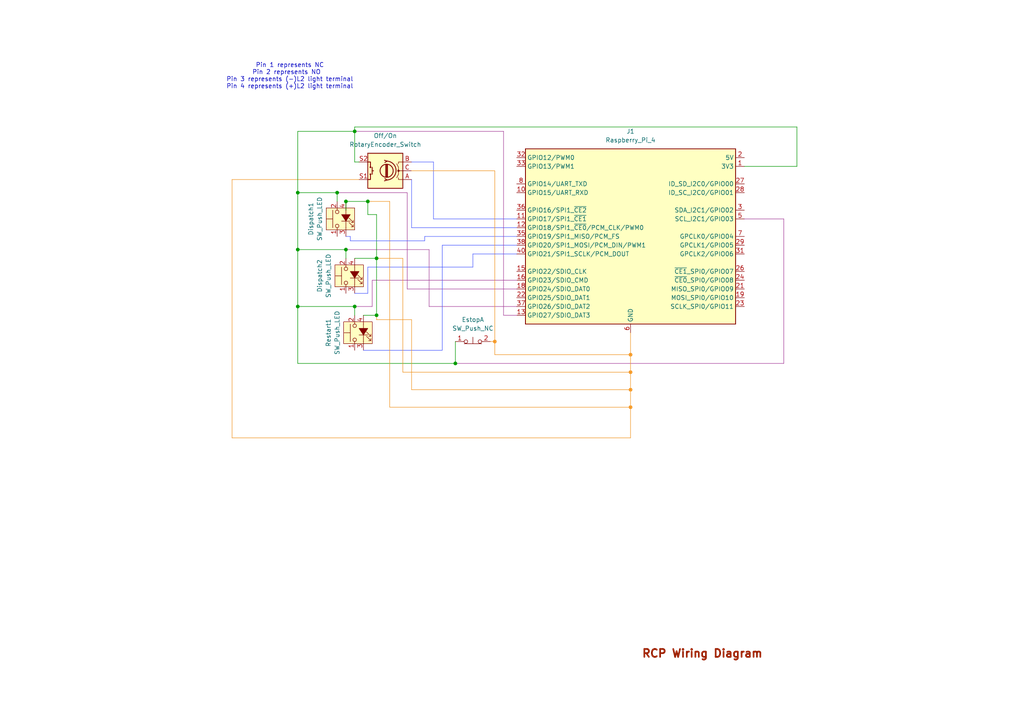
<source format=kicad_sch>
(kicad_sch
	(version 20250114)
	(generator "eeschema")
	(generator_version "9.0")
	(uuid "f19d6cca-3ece-45eb-98e2-f0bca3f726f7")
	(paper "A4")
	(lib_symbols
		(symbol "Connector:Raspberry_Pi_4"
			(exclude_from_sim no)
			(in_bom yes)
			(on_board yes)
			(property "Reference" "J"
				(at -17.526 48.768 0)
				(effects
					(font
						(size 1.27 1.27)
					)
					(justify left bottom)
				)
			)
			(property "Value" "Raspberry_Pi_4"
				(at 15.748 -26.416 0)
				(effects
					(font
						(size 1.27 1.27)
					)
					(justify left top)
				)
			)
			(property "Footprint" ""
				(at 70.104 -47.498 0)
				(effects
					(font
						(size 1.27 1.27)
					)
					(justify left)
					(hide yes)
				)
			)
			(property "Datasheet" "https://datasheets.raspberrypi.com/rpi4/raspberry-pi-4-datasheet.pdf"
				(at 15.748 -32.258 0)
				(effects
					(font
						(size 1.27 1.27)
					)
					(justify left)
					(hide yes)
				)
			)
			(property "Description" "Raspberry Pi 4 Model B"
				(at 15.748 -29.718 0)
				(effects
					(font
						(size 1.27 1.27)
					)
					(justify left)
					(hide yes)
				)
			)
			(property "ki_keywords" "SBC RPi"
				(at 0 0 0)
				(effects
					(font
						(size 1.27 1.27)
					)
					(hide yes)
				)
			)
			(property "ki_fp_filters" "PinHeader*2x20*P2.54mm*Vertical* PinSocket*2x20*P2.54mm*Vertical*"
				(at 0 0 0)
				(effects
					(font
						(size 1.27 1.27)
					)
					(hide yes)
				)
			)
			(symbol "Raspberry_Pi_4_0_1"
				(rectangle
					(start -30.48 25.4)
					(end 30.48 -25.4)
					(stroke
						(width 0.254)
						(type default)
					)
					(fill
						(type background)
					)
				)
			)
			(symbol "Raspberry_Pi_4_1_1"
				(pin bidirectional line
					(at -33.02 22.86 0)
					(length 2.54)
					(name "GPIO12/PWM0"
						(effects
							(font
								(size 1.27 1.27)
							)
						)
					)
					(number "32"
						(effects
							(font
								(size 1.27 1.27)
							)
						)
					)
				)
				(pin bidirectional line
					(at -33.02 20.32 0)
					(length 2.54)
					(name "GPIO13/PWM1"
						(effects
							(font
								(size 1.27 1.27)
							)
						)
					)
					(number "33"
						(effects
							(font
								(size 1.27 1.27)
							)
						)
					)
				)
				(pin bidirectional line
					(at -33.02 15.24 0)
					(length 2.54)
					(name "GPIO14/UART_TXD"
						(effects
							(font
								(size 1.27 1.27)
							)
						)
					)
					(number "8"
						(effects
							(font
								(size 1.27 1.27)
							)
						)
					)
				)
				(pin bidirectional line
					(at -33.02 12.7 0)
					(length 2.54)
					(name "GPIO15/UART_RXD"
						(effects
							(font
								(size 1.27 1.27)
							)
						)
					)
					(number "10"
						(effects
							(font
								(size 1.27 1.27)
							)
						)
					)
				)
				(pin bidirectional line
					(at -33.02 7.62 0)
					(length 2.54)
					(name "GPIO16/SPI1_~{CE2}"
						(effects
							(font
								(size 1.27 1.27)
							)
						)
					)
					(number "36"
						(effects
							(font
								(size 1.27 1.27)
							)
						)
					)
				)
				(pin bidirectional line
					(at -33.02 5.08 0)
					(length 2.54)
					(name "GPIO17/SPI1_~{CE1}"
						(effects
							(font
								(size 1.27 1.27)
							)
						)
					)
					(number "11"
						(effects
							(font
								(size 1.27 1.27)
							)
						)
					)
				)
				(pin bidirectional line
					(at -33.02 2.54 0)
					(length 2.54)
					(name "GPIO18/SPI1_~{CE0}/PCM_CLK/PWM0"
						(effects
							(font
								(size 1.27 1.27)
							)
						)
					)
					(number "12"
						(effects
							(font
								(size 1.27 1.27)
							)
						)
					)
				)
				(pin bidirectional line
					(at -33.02 0 0)
					(length 2.54)
					(name "GPIO19/SPI1_MISO/PCM_FS"
						(effects
							(font
								(size 1.27 1.27)
							)
						)
					)
					(number "35"
						(effects
							(font
								(size 1.27 1.27)
							)
						)
					)
				)
				(pin bidirectional line
					(at -33.02 -2.54 0)
					(length 2.54)
					(name "GPIO20/SPI1_MOSI/PCM_DIN/PWM1"
						(effects
							(font
								(size 1.27 1.27)
							)
						)
					)
					(number "38"
						(effects
							(font
								(size 1.27 1.27)
							)
						)
					)
				)
				(pin bidirectional line
					(at -33.02 -5.08 0)
					(length 2.54)
					(name "GPIO21/SPI1_SCLK/PCM_DOUT"
						(effects
							(font
								(size 1.27 1.27)
							)
						)
					)
					(number "40"
						(effects
							(font
								(size 1.27 1.27)
							)
						)
					)
				)
				(pin bidirectional line
					(at -33.02 -10.16 0)
					(length 2.54)
					(name "GPIO22/SDIO_CLK"
						(effects
							(font
								(size 1.27 1.27)
							)
						)
					)
					(number "15"
						(effects
							(font
								(size 1.27 1.27)
							)
						)
					)
				)
				(pin bidirectional line
					(at -33.02 -12.7 0)
					(length 2.54)
					(name "GPIO23/SDIO_CMD"
						(effects
							(font
								(size 1.27 1.27)
							)
						)
					)
					(number "16"
						(effects
							(font
								(size 1.27 1.27)
							)
						)
					)
				)
				(pin bidirectional line
					(at -33.02 -15.24 0)
					(length 2.54)
					(name "GPIO24/SDIO_DAT0"
						(effects
							(font
								(size 1.27 1.27)
							)
						)
					)
					(number "18"
						(effects
							(font
								(size 1.27 1.27)
							)
						)
					)
				)
				(pin bidirectional line
					(at -33.02 -17.78 0)
					(length 2.54)
					(name "GPIO25/SDIO_DAT1"
						(effects
							(font
								(size 1.27 1.27)
							)
						)
					)
					(number "22"
						(effects
							(font
								(size 1.27 1.27)
							)
						)
					)
				)
				(pin bidirectional line
					(at -33.02 -20.32 0)
					(length 2.54)
					(name "GPIO26/SDIO_DAT2"
						(effects
							(font
								(size 1.27 1.27)
							)
						)
					)
					(number "37"
						(effects
							(font
								(size 1.27 1.27)
							)
						)
					)
				)
				(pin bidirectional line
					(at -33.02 -22.86 0)
					(length 2.54)
					(name "GPIO27/SDIO_DAT3"
						(effects
							(font
								(size 1.27 1.27)
							)
						)
					)
					(number "13"
						(effects
							(font
								(size 1.27 1.27)
							)
						)
					)
				)
				(pin passive line
					(at 0 -27.94 90)
					(length 2.54)
					(hide yes)
					(name "GND"
						(effects
							(font
								(size 1.27 1.27)
							)
						)
					)
					(number "14"
						(effects
							(font
								(size 1.27 1.27)
							)
						)
					)
				)
				(pin passive line
					(at 0 -27.94 90)
					(length 2.54)
					(hide yes)
					(name "GND"
						(effects
							(font
								(size 1.27 1.27)
							)
						)
					)
					(number "20"
						(effects
							(font
								(size 1.27 1.27)
							)
						)
					)
				)
				(pin passive line
					(at 0 -27.94 90)
					(length 2.54)
					(hide yes)
					(name "GND"
						(effects
							(font
								(size 1.27 1.27)
							)
						)
					)
					(number "25"
						(effects
							(font
								(size 1.27 1.27)
							)
						)
					)
				)
				(pin passive line
					(at 0 -27.94 90)
					(length 2.54)
					(hide yes)
					(name "GND"
						(effects
							(font
								(size 1.27 1.27)
							)
						)
					)
					(number "30"
						(effects
							(font
								(size 1.27 1.27)
							)
						)
					)
				)
				(pin passive line
					(at 0 -27.94 90)
					(length 2.54)
					(hide yes)
					(name "GND"
						(effects
							(font
								(size 1.27 1.27)
							)
						)
					)
					(number "34"
						(effects
							(font
								(size 1.27 1.27)
							)
						)
					)
				)
				(pin passive line
					(at 0 -27.94 90)
					(length 2.54)
					(hide yes)
					(name "GND"
						(effects
							(font
								(size 1.27 1.27)
							)
						)
					)
					(number "39"
						(effects
							(font
								(size 1.27 1.27)
							)
						)
					)
				)
				(pin power_out line
					(at 0 -27.94 90)
					(length 2.54)
					(name "GND"
						(effects
							(font
								(size 1.27 1.27)
							)
						)
					)
					(number "6"
						(effects
							(font
								(size 1.27 1.27)
							)
						)
					)
				)
				(pin passive line
					(at 0 -27.94 90)
					(length 2.54)
					(hide yes)
					(name "GND"
						(effects
							(font
								(size 1.27 1.27)
							)
						)
					)
					(number "9"
						(effects
							(font
								(size 1.27 1.27)
							)
						)
					)
				)
				(pin power_out line
					(at 33.02 22.86 180)
					(length 2.54)
					(name "5V"
						(effects
							(font
								(size 1.27 1.27)
							)
						)
					)
					(number "2"
						(effects
							(font
								(size 1.27 1.27)
							)
						)
					)
				)
				(pin passive line
					(at 33.02 22.86 180)
					(length 2.54)
					(hide yes)
					(name "5V"
						(effects
							(font
								(size 1.27 1.27)
							)
						)
					)
					(number "4"
						(effects
							(font
								(size 1.27 1.27)
							)
						)
					)
				)
				(pin power_out line
					(at 33.02 20.32 180)
					(length 2.54)
					(name "3V3"
						(effects
							(font
								(size 1.27 1.27)
							)
						)
					)
					(number "1"
						(effects
							(font
								(size 1.27 1.27)
							)
						)
					)
				)
				(pin passive line
					(at 33.02 20.32 180)
					(length 2.54)
					(hide yes)
					(name "3V3"
						(effects
							(font
								(size 1.27 1.27)
							)
						)
					)
					(number "17"
						(effects
							(font
								(size 1.27 1.27)
							)
						)
					)
				)
				(pin bidirectional line
					(at 33.02 15.24 180)
					(length 2.54)
					(name "ID_SD_I2C0/GPIO00"
						(effects
							(font
								(size 1.27 1.27)
							)
						)
					)
					(number "27"
						(effects
							(font
								(size 1.27 1.27)
							)
						)
					)
				)
				(pin bidirectional line
					(at 33.02 12.7 180)
					(length 2.54)
					(name "ID_SC_I2C0/GPIO01"
						(effects
							(font
								(size 1.27 1.27)
							)
						)
					)
					(number "28"
						(effects
							(font
								(size 1.27 1.27)
							)
						)
					)
				)
				(pin bidirectional line
					(at 33.02 7.62 180)
					(length 2.54)
					(name "SDA_I2C1/GPIO02"
						(effects
							(font
								(size 1.27 1.27)
							)
						)
					)
					(number "3"
						(effects
							(font
								(size 1.27 1.27)
							)
						)
					)
				)
				(pin bidirectional line
					(at 33.02 5.08 180)
					(length 2.54)
					(name "SCL_I2C1/GPIO03"
						(effects
							(font
								(size 1.27 1.27)
							)
						)
					)
					(number "5"
						(effects
							(font
								(size 1.27 1.27)
							)
						)
					)
				)
				(pin bidirectional line
					(at 33.02 0 180)
					(length 2.54)
					(name "GPCLK0/GPIO04"
						(effects
							(font
								(size 1.27 1.27)
							)
						)
					)
					(number "7"
						(effects
							(font
								(size 1.27 1.27)
							)
						)
					)
				)
				(pin bidirectional line
					(at 33.02 -2.54 180)
					(length 2.54)
					(name "GPCLK1/GPIO05"
						(effects
							(font
								(size 1.27 1.27)
							)
						)
					)
					(number "29"
						(effects
							(font
								(size 1.27 1.27)
							)
						)
					)
				)
				(pin bidirectional line
					(at 33.02 -5.08 180)
					(length 2.54)
					(name "GPCLK2/GPIO06"
						(effects
							(font
								(size 1.27 1.27)
							)
						)
					)
					(number "31"
						(effects
							(font
								(size 1.27 1.27)
							)
						)
					)
				)
				(pin bidirectional line
					(at 33.02 -10.16 180)
					(length 2.54)
					(name "~{CE1}_SPI0/GPIO07"
						(effects
							(font
								(size 1.27 1.27)
							)
						)
					)
					(number "26"
						(effects
							(font
								(size 1.27 1.27)
							)
						)
					)
				)
				(pin bidirectional line
					(at 33.02 -12.7 180)
					(length 2.54)
					(name "~{CE0}_SPI0/GPIO08"
						(effects
							(font
								(size 1.27 1.27)
							)
						)
					)
					(number "24"
						(effects
							(font
								(size 1.27 1.27)
							)
						)
					)
				)
				(pin bidirectional line
					(at 33.02 -15.24 180)
					(length 2.54)
					(name "MISO_SPI0/GPIO09"
						(effects
							(font
								(size 1.27 1.27)
							)
						)
					)
					(number "21"
						(effects
							(font
								(size 1.27 1.27)
							)
						)
					)
				)
				(pin bidirectional line
					(at 33.02 -17.78 180)
					(length 2.54)
					(name "MOSI_SPI0/GPIO10"
						(effects
							(font
								(size 1.27 1.27)
							)
						)
					)
					(number "19"
						(effects
							(font
								(size 1.27 1.27)
							)
						)
					)
				)
				(pin bidirectional line
					(at 33.02 -20.32 180)
					(length 2.54)
					(name "SCLK_SPI0/GPIO11"
						(effects
							(font
								(size 1.27 1.27)
							)
						)
					)
					(number "23"
						(effects
							(font
								(size 1.27 1.27)
							)
						)
					)
				)
			)
			(embedded_fonts no)
		)
		(symbol "Device:RotaryEncoder_Switch"
			(pin_names
				(offset 0.254)
				(hide yes)
			)
			(exclude_from_sim no)
			(in_bom yes)
			(on_board yes)
			(property "Reference" "SW"
				(at 0 6.604 0)
				(effects
					(font
						(size 1.27 1.27)
					)
				)
			)
			(property "Value" "RotaryEncoder_Switch"
				(at 0 -6.604 0)
				(effects
					(font
						(size 1.27 1.27)
					)
				)
			)
			(property "Footprint" ""
				(at -3.81 4.064 0)
				(effects
					(font
						(size 1.27 1.27)
					)
					(hide yes)
				)
			)
			(property "Datasheet" "~"
				(at 0 6.604 0)
				(effects
					(font
						(size 1.27 1.27)
					)
					(hide yes)
				)
			)
			(property "Description" "Rotary encoder, dual channel, incremental quadrate outputs, with switch"
				(at 0 0 0)
				(effects
					(font
						(size 1.27 1.27)
					)
					(hide yes)
				)
			)
			(property "ki_keywords" "rotary switch encoder switch push button"
				(at 0 0 0)
				(effects
					(font
						(size 1.27 1.27)
					)
					(hide yes)
				)
			)
			(property "ki_fp_filters" "RotaryEncoder*Switch*"
				(at 0 0 0)
				(effects
					(font
						(size 1.27 1.27)
					)
					(hide yes)
				)
			)
			(symbol "RotaryEncoder_Switch_0_1"
				(rectangle
					(start -5.08 5.08)
					(end 5.08 -5.08)
					(stroke
						(width 0.254)
						(type default)
					)
					(fill
						(type background)
					)
				)
				(polyline
					(pts
						(xy -5.08 2.54) (xy -3.81 2.54) (xy -3.81 2.032)
					)
					(stroke
						(width 0)
						(type default)
					)
					(fill
						(type none)
					)
				)
				(polyline
					(pts
						(xy -5.08 0) (xy -3.81 0) (xy -3.81 -1.016) (xy -3.302 -2.032)
					)
					(stroke
						(width 0)
						(type default)
					)
					(fill
						(type none)
					)
				)
				(polyline
					(pts
						(xy -5.08 -2.54) (xy -3.81 -2.54) (xy -3.81 -2.032)
					)
					(stroke
						(width 0)
						(type default)
					)
					(fill
						(type none)
					)
				)
				(polyline
					(pts
						(xy -4.318 0) (xy -3.81 0) (xy -3.81 1.016) (xy -3.302 2.032)
					)
					(stroke
						(width 0)
						(type default)
					)
					(fill
						(type none)
					)
				)
				(circle
					(center -3.81 0)
					(radius 0.254)
					(stroke
						(width 0)
						(type default)
					)
					(fill
						(type outline)
					)
				)
				(polyline
					(pts
						(xy -0.635 -1.778) (xy -0.635 1.778)
					)
					(stroke
						(width 0.254)
						(type default)
					)
					(fill
						(type none)
					)
				)
				(circle
					(center -0.381 0)
					(radius 1.905)
					(stroke
						(width 0.254)
						(type default)
					)
					(fill
						(type none)
					)
				)
				(polyline
					(pts
						(xy -0.381 -1.778) (xy -0.381 1.778)
					)
					(stroke
						(width 0.254)
						(type default)
					)
					(fill
						(type none)
					)
				)
				(arc
					(start -0.381 -2.794)
					(mid -3.0988 -0.0635)
					(end -0.381 2.667)
					(stroke
						(width 0.254)
						(type default)
					)
					(fill
						(type none)
					)
				)
				(polyline
					(pts
						(xy -0.127 1.778) (xy -0.127 -1.778)
					)
					(stroke
						(width 0.254)
						(type default)
					)
					(fill
						(type none)
					)
				)
				(polyline
					(pts
						(xy 0.254 2.921) (xy -0.508 2.667) (xy 0.127 2.286)
					)
					(stroke
						(width 0.254)
						(type default)
					)
					(fill
						(type none)
					)
				)
				(polyline
					(pts
						(xy 0.254 -3.048) (xy -0.508 -2.794) (xy 0.127 -2.413)
					)
					(stroke
						(width 0.254)
						(type default)
					)
					(fill
						(type none)
					)
				)
				(polyline
					(pts
						(xy 3.81 1.016) (xy 3.81 -1.016)
					)
					(stroke
						(width 0.254)
						(type default)
					)
					(fill
						(type none)
					)
				)
				(polyline
					(pts
						(xy 3.81 0) (xy 3.429 0)
					)
					(stroke
						(width 0.254)
						(type default)
					)
					(fill
						(type none)
					)
				)
				(circle
					(center 4.318 1.016)
					(radius 0.127)
					(stroke
						(width 0.254)
						(type default)
					)
					(fill
						(type none)
					)
				)
				(circle
					(center 4.318 -1.016)
					(radius 0.127)
					(stroke
						(width 0.254)
						(type default)
					)
					(fill
						(type none)
					)
				)
				(polyline
					(pts
						(xy 5.08 2.54) (xy 4.318 2.54) (xy 4.318 1.016)
					)
					(stroke
						(width 0.254)
						(type default)
					)
					(fill
						(type none)
					)
				)
				(polyline
					(pts
						(xy 5.08 -2.54) (xy 4.318 -2.54) (xy 4.318 -1.016)
					)
					(stroke
						(width 0.254)
						(type default)
					)
					(fill
						(type none)
					)
				)
			)
			(symbol "RotaryEncoder_Switch_1_1"
				(pin passive line
					(at -7.62 2.54 0)
					(length 2.54)
					(name "A"
						(effects
							(font
								(size 1.27 1.27)
							)
						)
					)
					(number "A"
						(effects
							(font
								(size 1.27 1.27)
							)
						)
					)
				)
				(pin passive line
					(at -7.62 0 0)
					(length 2.54)
					(name "C"
						(effects
							(font
								(size 1.27 1.27)
							)
						)
					)
					(number "C"
						(effects
							(font
								(size 1.27 1.27)
							)
						)
					)
				)
				(pin passive line
					(at -7.62 -2.54 0)
					(length 2.54)
					(name "B"
						(effects
							(font
								(size 1.27 1.27)
							)
						)
					)
					(number "B"
						(effects
							(font
								(size 1.27 1.27)
							)
						)
					)
				)
				(pin passive line
					(at 7.62 2.54 180)
					(length 2.54)
					(name "S1"
						(effects
							(font
								(size 1.27 1.27)
							)
						)
					)
					(number "S1"
						(effects
							(font
								(size 1.27 1.27)
							)
						)
					)
				)
				(pin passive line
					(at 7.62 -2.54 180)
					(length 2.54)
					(name "S2"
						(effects
							(font
								(size 1.27 1.27)
							)
						)
					)
					(number "S2"
						(effects
							(font
								(size 1.27 1.27)
							)
						)
					)
				)
			)
			(embedded_fonts no)
		)
		(symbol "Switch:SW_Push_LED"
			(pin_names
				(offset 1.016)
				(hide yes)
			)
			(exclude_from_sim no)
			(in_bom yes)
			(on_board yes)
			(property "Reference" "SW"
				(at 0 7.62 0)
				(effects
					(font
						(size 1.27 1.27)
					)
				)
			)
			(property "Value" "SW_Push_LED"
				(at 0 -3.81 0)
				(effects
					(font
						(size 1.27 1.27)
					)
				)
			)
			(property "Footprint" ""
				(at 0 7.62 0)
				(effects
					(font
						(size 1.27 1.27)
					)
					(hide yes)
				)
			)
			(property "Datasheet" "~"
				(at 0 7.62 0)
				(effects
					(font
						(size 1.27 1.27)
					)
					(hide yes)
				)
			)
			(property "Description" "Push button switch with LED, generic"
				(at 0 0 0)
				(effects
					(font
						(size 1.27 1.27)
					)
					(hide yes)
				)
			)
			(property "ki_keywords" "switch normally-open pushbutton push-button LED"
				(at 0 0 0)
				(effects
					(font
						(size 1.27 1.27)
					)
					(hide yes)
				)
			)
			(symbol "SW_Push_LED_0_0"
				(polyline
					(pts
						(xy -2.54 0) (xy 2.54 0)
					)
					(stroke
						(width 0)
						(type default)
					)
					(fill
						(type none)
					)
				)
				(polyline
					(pts
						(xy -2.286 -1.524) (xy -2.286 -2.159) (xy -1.651 -2.159)
					)
					(stroke
						(width 0)
						(type default)
					)
					(fill
						(type none)
					)
				)
				(polyline
					(pts
						(xy -2.286 -2.159) (xy -1.016 -0.889)
					)
					(stroke
						(width 0)
						(type default)
					)
					(fill
						(type none)
					)
				)
				(polyline
					(pts
						(xy -1.016 -1.524) (xy -1.016 -2.159) (xy -0.381 -2.159)
					)
					(stroke
						(width 0)
						(type default)
					)
					(fill
						(type none)
					)
				)
				(polyline
					(pts
						(xy -1.016 -2.159) (xy 0.254 -0.889)
					)
					(stroke
						(width 0)
						(type default)
					)
					(fill
						(type none)
					)
				)
				(polyline
					(pts
						(xy -0.635 1.27) (xy -0.635 -1.27)
					)
					(stroke
						(width 0)
						(type default)
					)
					(fill
						(type none)
					)
				)
				(polyline
					(pts
						(xy -0.635 0) (xy 1.27 1.27) (xy 1.27 -1.27) (xy -0.635 0)
					)
					(stroke
						(width 0)
						(type default)
					)
					(fill
						(type outline)
					)
				)
			)
			(symbol "SW_Push_LED_0_1"
				(circle
					(center -2.032 2.54)
					(radius 0.508)
					(stroke
						(width 0)
						(type default)
					)
					(fill
						(type none)
					)
				)
				(polyline
					(pts
						(xy 0 3.81) (xy 0 5.588)
					)
					(stroke
						(width 0)
						(type default)
					)
					(fill
						(type none)
					)
				)
				(circle
					(center 2.032 2.54)
					(radius 0.508)
					(stroke
						(width 0)
						(type default)
					)
					(fill
						(type none)
					)
				)
				(polyline
					(pts
						(xy 2.54 3.81) (xy -2.54 3.81)
					)
					(stroke
						(width 0)
						(type default)
					)
					(fill
						(type none)
					)
				)
				(pin passive line
					(at -5.08 2.54 0)
					(length 2.54)
					(name "1"
						(effects
							(font
								(size 1.27 1.27)
							)
						)
					)
					(number "1"
						(effects
							(font
								(size 1.27 1.27)
							)
						)
					)
				)
				(pin passive line
					(at -5.08 0 0)
					(length 2.54)
					(name "K"
						(effects
							(font
								(size 1.27 1.27)
							)
						)
					)
					(number "3"
						(effects
							(font
								(size 1.27 1.27)
							)
						)
					)
				)
				(pin passive line
					(at 5.08 2.54 180)
					(length 2.54)
					(name "2"
						(effects
							(font
								(size 1.27 1.27)
							)
						)
					)
					(number "2"
						(effects
							(font
								(size 1.27 1.27)
							)
						)
					)
				)
				(pin passive line
					(at 5.08 0 180)
					(length 2.54)
					(name "A"
						(effects
							(font
								(size 1.27 1.27)
							)
						)
					)
					(number "4"
						(effects
							(font
								(size 1.27 1.27)
							)
						)
					)
				)
			)
			(symbol "SW_Push_LED_1_1"
				(rectangle
					(start -3.175 5.715)
					(end 3.175 -2.54)
					(stroke
						(width 0)
						(type default)
					)
					(fill
						(type background)
					)
				)
			)
			(embedded_fonts no)
		)
		(symbol "Switch:SW_Push_Open_Dual_x2"
			(pin_names
				(offset 1.016)
				(hide yes)
			)
			(exclude_from_sim no)
			(in_bom yes)
			(on_board yes)
			(property "Reference" "SW"
				(at 0 2.54 0)
				(effects
					(font
						(size 1.27 1.27)
					)
				)
			)
			(property "Value" "SW_Push_Open_Dual_x2"
				(at 0 -1.905 0)
				(effects
					(font
						(size 1.27 1.27)
					)
				)
			)
			(property "Footprint" ""
				(at 0 5.08 0)
				(effects
					(font
						(size 1.27 1.27)
					)
					(hide yes)
				)
			)
			(property "Datasheet" "~"
				(at 0 5.08 0)
				(effects
					(font
						(size 1.27 1.27)
					)
					(hide yes)
				)
			)
			(property "Description" "Push button switch, push-to-open, generic, two pins"
				(at 0 0 0)
				(effects
					(font
						(size 1.27 1.27)
					)
					(hide yes)
				)
			)
			(property "ki_keywords" "switch normally-closed pushbutton push-button"
				(at 0 0 0)
				(effects
					(font
						(size 1.27 1.27)
					)
					(hide yes)
				)
			)
			(symbol "SW_Push_Open_Dual_x2_0_1"
				(polyline
					(pts
						(xy -2.54 -0.635) (xy 2.54 -0.635)
					)
					(stroke
						(width 0)
						(type default)
					)
					(fill
						(type none)
					)
				)
				(circle
					(center -2.032 0)
					(radius 0.508)
					(stroke
						(width 0)
						(type default)
					)
					(fill
						(type none)
					)
				)
				(polyline
					(pts
						(xy 0 -0.635) (xy 0 1.27)
					)
					(stroke
						(width 0)
						(type default)
					)
					(fill
						(type none)
					)
				)
				(circle
					(center 2.032 0)
					(radius 0.508)
					(stroke
						(width 0)
						(type default)
					)
					(fill
						(type none)
					)
				)
			)
			(symbol "SW_Push_Open_Dual_x2_1_1"
				(pin passive line
					(at -5.08 0 0)
					(length 2.54)
					(name "1"
						(effects
							(font
								(size 1.27 1.27)
							)
						)
					)
					(number "1"
						(effects
							(font
								(size 1.27 1.27)
							)
						)
					)
				)
				(pin passive line
					(at 5.08 0 180)
					(length 2.54)
					(name "2"
						(effects
							(font
								(size 1.27 1.27)
							)
						)
					)
					(number "2"
						(effects
							(font
								(size 1.27 1.27)
							)
						)
					)
				)
			)
			(symbol "SW_Push_Open_Dual_x2_2_1"
				(pin passive line
					(at -5.08 0 0)
					(length 2.54)
					(name "1"
						(effects
							(font
								(size 1.27 1.27)
							)
						)
					)
					(number "3"
						(effects
							(font
								(size 1.27 1.27)
							)
						)
					)
				)
				(pin passive line
					(at 5.08 0 180)
					(length 2.54)
					(name "2"
						(effects
							(font
								(size 1.27 1.27)
							)
						)
					)
					(number "4"
						(effects
							(font
								(size 1.27 1.27)
							)
						)
					)
				)
			)
			(embedded_fonts no)
		)
	)
	(text "RCP Wiring Diagram"
		(exclude_from_sim no)
		(at 203.708 189.738 0)
		(effects
			(font
				(face "KiCad Font")
				(size 2.286 2.286)
				(thickness 0.4763)
				(color 153 28 0 1)
			)
		)
		(uuid "23491bbc-ffb7-4e9e-85b4-d739be2379da")
	)
	(text "Pin 1 represents NC\nPin 2 represents NO  \nPin 3 represents (-)L2 light terminal\nPin 4 represents (+)L2 light terminal"
		(exclude_from_sim no)
		(at 84.074 22.098 0)
		(effects
			(font
				(size 1.27 1.27)
			)
		)
		(uuid "4649795d-defb-4e7a-999b-51de800a8774")
	)
	(junction
		(at 109.22 91.44)
		(diameter 0)
		(color 0 0 0 0)
		(uuid "192b3497-011a-4db6-9997-6b452a50bdce")
	)
	(junction
		(at 182.88 113.03)
		(diameter 0)
		(color 240 149 36 1)
		(uuid "1bf163f1-0d9f-4762-91dd-192e44f4ebf1")
	)
	(junction
		(at 143.51 99.06)
		(diameter 0)
		(color 240 149 36 1)
		(uuid "1f3c907c-7501-42d7-a320-14eb4915674b")
	)
	(junction
		(at 132.08 105.41)
		(diameter 0)
		(color 0 0 0 0)
		(uuid "20c07f55-ee7a-4b43-9393-c299eb70e268")
	)
	(junction
		(at 100.33 58.42)
		(diameter 0)
		(color 0 0 0 0)
		(uuid "4fce81dc-ccb0-4f44-afcc-1796c15b33d3")
	)
	(junction
		(at 102.87 88.9)
		(diameter 0)
		(color 0 0 0 0)
		(uuid "6f2652ef-1182-49f0-a986-c8d3c24c3993")
	)
	(junction
		(at 106.68 58.42)
		(diameter 0)
		(color 0 0 0 0)
		(uuid "79bcec09-ccea-4bfc-937b-0d1f336fcefb")
	)
	(junction
		(at 182.88 118.11)
		(diameter 0)
		(color 240 149 36 1)
		(uuid "7ab8b98a-7537-4e4f-b7ef-21b9fc7bede5")
	)
	(junction
		(at 86.36 55.88)
		(diameter 0)
		(color 0 0 0 0)
		(uuid "a12c1774-3f72-4d5b-b3b3-5044dee64730")
	)
	(junction
		(at 100.33 72.39)
		(diameter 0)
		(color 0 0 0 0)
		(uuid "a9a02a8d-8c40-4def-a322-c312bd63ae67")
	)
	(junction
		(at 102.87 38.1)
		(diameter 0)
		(color 0 0 0 0)
		(uuid "b96aac95-a581-4036-be20-0ff81c814b83")
	)
	(junction
		(at 109.22 74.93)
		(diameter 0)
		(color 0 0 0 0)
		(uuid "c28b0fac-44ab-43c1-9969-aa19bae9ca92")
	)
	(junction
		(at 182.88 102.87)
		(diameter 0)
		(color 240 149 36 1)
		(uuid "ca8ebac3-ed94-468e-9fe8-ff2be3a773ce")
	)
	(junction
		(at 86.36 72.39)
		(diameter 0)
		(color 0 0 0 0)
		(uuid "de3f7d56-b49d-4820-be77-288e5e792236")
	)
	(junction
		(at 97.79 55.88)
		(diameter 0)
		(color 0 0 0 0)
		(uuid "ded613e3-977d-43b2-8a10-d68c8e4f44bf")
	)
	(junction
		(at 182.88 107.95)
		(diameter 0)
		(color 240 149 36 1)
		(uuid "f52b03d5-1100-4265-827e-d218dc4ce572")
	)
	(junction
		(at 86.36 88.9)
		(diameter 0)
		(color 0 0 0 0)
		(uuid "fc170d61-3d61-4bb5-afac-10cf512cbb5f")
	)
	(wire
		(pts
			(xy 119.38 52.07) (xy 119.38 66.04)
		)
		(stroke
			(width 0)
			(type default)
			(color 76 93 255 1)
		)
		(uuid "01d6b8bd-4dee-4d5a-b844-ab0634f60b36")
	)
	(wire
		(pts
			(xy 109.22 92.71) (xy 119.38 92.71)
		)
		(stroke
			(width 0)
			(type default)
			(color 240 149 36 1)
		)
		(uuid "0425ec50-9c9c-41c9-814f-4cc8bc6851f5")
	)
	(wire
		(pts
			(xy 100.33 68.58) (xy 101.6 68.58)
		)
		(stroke
			(width 0)
			(type default)
			(color 76 93 255 1)
		)
		(uuid "07c690e3-8297-440d-b8b8-6a2c33b8ac69")
	)
	(wire
		(pts
			(xy 116.84 74.93) (xy 109.22 74.93)
		)
		(stroke
			(width 0)
			(type default)
			(color 240 149 36 1)
		)
		(uuid "0de7a988-b01a-4a3c-83a6-dd8e795f48e3")
	)
	(wire
		(pts
			(xy 123.19 68.58) (xy 149.86 68.58)
		)
		(stroke
			(width 0)
			(type default)
			(color 76 93 255 1)
		)
		(uuid "0f389a17-f9a7-4369-97e4-cf54d2869d01")
	)
	(wire
		(pts
			(xy 182.88 96.52) (xy 182.88 102.87)
		)
		(stroke
			(width 0)
			(type default)
			(color 240 149 36 1)
		)
		(uuid "128317e0-795f-40ad-9549-ea9c5a907a4d")
	)
	(wire
		(pts
			(xy 102.87 74.93) (xy 109.22 74.93)
		)
		(stroke
			(width 0)
			(type default)
		)
		(uuid "12f04f18-79f8-4587-9a3d-82345279b5ae")
	)
	(wire
		(pts
			(xy 146.05 91.44) (xy 146.05 38.1)
		)
		(stroke
			(width 0)
			(type default)
			(color 165 65 154 1)
		)
		(uuid "1465772f-0403-4c4a-97ee-e7a5d286f847")
	)
	(wire
		(pts
			(xy 102.87 85.09) (xy 106.68 85.09)
		)
		(stroke
			(width 0)
			(type default)
			(color 76 93 255 1)
		)
		(uuid "15df0761-2996-4a13-8eb1-c85ac5f7bbf5")
	)
	(wire
		(pts
			(xy 106.68 77.47) (xy 137.16 77.47)
		)
		(stroke
			(width 0)
			(type default)
			(color 76 93 255 1)
		)
		(uuid "1dac3811-2462-4b0b-82ab-ab18c6b30e94")
	)
	(wire
		(pts
			(xy 113.03 118.11) (xy 182.88 118.11)
		)
		(stroke
			(width 0)
			(type default)
			(color 240 149 36 1)
		)
		(uuid "1e6ebd31-05f6-4027-8ecc-5e0a01847ec9")
	)
	(wire
		(pts
			(xy 86.36 55.88) (xy 97.79 55.88)
		)
		(stroke
			(width 0)
			(type default)
		)
		(uuid "1f06411b-e633-4f52-a063-0707bf26b013")
	)
	(wire
		(pts
			(xy 137.16 73.66) (xy 149.86 73.66)
		)
		(stroke
			(width 0)
			(type default)
			(color 76 93 255 1)
		)
		(uuid "221e62a2-3444-4151-9a8e-40f8024897b5")
	)
	(wire
		(pts
			(xy 149.86 91.44) (xy 146.05 91.44)
		)
		(stroke
			(width 0)
			(type default)
			(color 165 65 154 1)
		)
		(uuid "22ce45b3-5ccb-42f8-9049-af70e6ccdffc")
	)
	(wire
		(pts
			(xy 67.31 52.07) (xy 67.31 127)
		)
		(stroke
			(width 0)
			(type default)
			(color 240 149 36 1)
		)
		(uuid "25580e14-a251-474d-9b8d-954e51b2cca1")
	)
	(wire
		(pts
			(xy 109.22 62.23) (xy 109.22 74.93)
		)
		(stroke
			(width 0)
			(type default)
		)
		(uuid "2b656749-535b-4e11-b5ee-453ed09f1f39")
	)
	(wire
		(pts
			(xy 102.87 91.44) (xy 102.87 88.9)
		)
		(stroke
			(width 0)
			(type default)
		)
		(uuid "2dca1030-ad40-4cba-996a-bb7728dcbf49")
	)
	(wire
		(pts
			(xy 86.36 88.9) (xy 86.36 105.41)
		)
		(stroke
			(width 0)
			(type default)
		)
		(uuid "343d3bef-2744-4662-a2a0-37ca4c5117e5")
	)
	(wire
		(pts
			(xy 104.14 46.99) (xy 102.87 46.99)
		)
		(stroke
			(width 0)
			(type default)
		)
		(uuid "35c27ce1-43fc-4116-bf36-2b7c1b526b36")
	)
	(wire
		(pts
			(xy 102.87 38.1) (xy 146.05 38.1)
		)
		(stroke
			(width 0)
			(type default)
			(color 165 65 154 1)
		)
		(uuid "39431d0d-6de9-4d21-8be7-b64ab2194792")
	)
	(wire
		(pts
			(xy 128.27 71.12) (xy 149.86 71.12)
		)
		(stroke
			(width 0)
			(type default)
			(color 76 93 255 1)
		)
		(uuid "3b1c7252-d6ef-4761-a717-bcd46091389c")
	)
	(wire
		(pts
			(xy 86.36 105.41) (xy 132.08 105.41)
		)
		(stroke
			(width 0)
			(type default)
		)
		(uuid "3ba3a03f-d108-4081-9bec-3b36ff4827d4")
	)
	(wire
		(pts
			(xy 231.14 48.26) (xy 231.14 36.83)
		)
		(stroke
			(width 0)
			(type default)
		)
		(uuid "3d4b1404-021d-4bab-b07e-9b1f109edf09")
	)
	(wire
		(pts
			(xy 101.6 69.85) (xy 123.19 69.85)
		)
		(stroke
			(width 0)
			(type default)
			(color 76 93 255 1)
		)
		(uuid "3fb1bfc8-76c4-4e87-a8bf-0317792268fc")
	)
	(wire
		(pts
			(xy 182.88 113.03) (xy 182.88 118.11)
		)
		(stroke
			(width 0)
			(type default)
			(color 240 149 36 1)
		)
		(uuid "416c700b-d63c-4a77-995b-db9dcfe5aea0")
	)
	(wire
		(pts
			(xy 132.08 99.06) (xy 132.08 105.41)
		)
		(stroke
			(width 0)
			(type default)
		)
		(uuid "45135061-d278-4c82-9054-bd0265208529")
	)
	(wire
		(pts
			(xy 107.95 88.9) (xy 102.87 88.9)
		)
		(stroke
			(width 0)
			(type default)
			(color 165 65 154 1)
		)
		(uuid "45afac9d-9f31-42bf-a06b-ee1667348cf6")
	)
	(wire
		(pts
			(xy 137.16 77.47) (xy 137.16 73.66)
		)
		(stroke
			(width 0)
			(type default)
			(color 76 93 255 1)
		)
		(uuid "4d3b5137-1a1b-419c-8e2f-0780a1957cd2")
	)
	(wire
		(pts
			(xy 119.38 49.53) (xy 143.51 49.53)
		)
		(stroke
			(width 0)
			(type default)
			(color 240 149 36 1)
		)
		(uuid "4ed595a7-cd37-4f27-8a97-207f2597409c")
	)
	(wire
		(pts
			(xy 182.88 102.87) (xy 182.88 107.95)
		)
		(stroke
			(width 0)
			(type default)
			(color 240 149 36 1)
		)
		(uuid "568d09ed-6da5-4efc-9849-3c3e482c80a7")
	)
	(wire
		(pts
			(xy 97.79 55.88) (xy 118.11 55.88)
		)
		(stroke
			(width 0)
			(type default)
			(color 165 65 154 1)
		)
		(uuid "56b10cb4-72ac-4bac-b305-39d1d900d85c")
	)
	(wire
		(pts
			(xy 116.84 74.93) (xy 116.84 107.95)
		)
		(stroke
			(width 0)
			(type default)
			(color 240 149 36 1)
		)
		(uuid "56e4171b-b19d-45e5-9e5a-7e0595a8b473")
	)
	(wire
		(pts
			(xy 109.22 62.23) (xy 106.68 62.23)
		)
		(stroke
			(width 0)
			(type default)
		)
		(uuid "591ff8e3-0261-4cf0-ac63-989256ed41ec")
	)
	(wire
		(pts
			(xy 109.22 92.71) (xy 109.22 91.44)
		)
		(stroke
			(width 0)
			(type default)
			(color 240 149 36 1)
		)
		(uuid "59860ee8-c4f4-4aed-a509-65e0a84bcc23")
	)
	(wire
		(pts
			(xy 105.41 101.6) (xy 128.27 101.6)
		)
		(stroke
			(width 0)
			(type default)
			(color 76 93 255 1)
		)
		(uuid "5a173a25-d068-42a7-912f-ee7be1066d8f")
	)
	(wire
		(pts
			(xy 143.51 102.87) (xy 182.88 102.87)
		)
		(stroke
			(width 0)
			(type default)
			(color 240 149 36 1)
		)
		(uuid "5e2e2429-fd22-4685-ac25-f78cbe099303")
	)
	(wire
		(pts
			(xy 104.14 52.07) (xy 67.31 52.07)
		)
		(stroke
			(width 0)
			(type default)
			(color 240 149 36 1)
		)
		(uuid "5fa5ac25-8102-42e8-96c7-1e35ffc267d1")
	)
	(wire
		(pts
			(xy 101.6 68.58) (xy 101.6 69.85)
		)
		(stroke
			(width 0)
			(type default)
			(color 76 93 255 1)
		)
		(uuid "662fbb77-b265-40c8-964f-8520e7b14e3d")
	)
	(wire
		(pts
			(xy 86.36 72.39) (xy 100.33 72.39)
		)
		(stroke
			(width 0)
			(type default)
		)
		(uuid "685d0a9e-fda5-4f24-a2a5-99463f1a213b")
	)
	(wire
		(pts
			(xy 105.41 91.44) (xy 109.22 91.44)
		)
		(stroke
			(width 0)
			(type default)
		)
		(uuid "6931d29b-ef7f-426e-a88c-f6954327f74e")
	)
	(wire
		(pts
			(xy 102.87 88.9) (xy 86.36 88.9)
		)
		(stroke
			(width 0)
			(type default)
		)
		(uuid "6b5887e4-5afc-49c2-aebe-d561cc2738a5")
	)
	(wire
		(pts
			(xy 125.73 63.5) (xy 149.86 63.5)
		)
		(stroke
			(width 0)
			(type default)
			(color 76 93 255 1)
		)
		(uuid "6fd15c2b-6dbf-422b-ab6a-f1b652d8b98c")
	)
	(wire
		(pts
			(xy 107.95 81.28) (xy 107.95 88.9)
		)
		(stroke
			(width 0)
			(type default)
			(color 165 65 154 1)
		)
		(uuid "721da49e-0871-44b7-9c45-b46385864726")
	)
	(wire
		(pts
			(xy 102.87 36.83) (xy 102.87 38.1)
		)
		(stroke
			(width 0)
			(type default)
		)
		(uuid "77be07ce-a816-44ce-a3b5-93f9d4fda7a1")
	)
	(wire
		(pts
			(xy 86.36 72.39) (xy 86.36 88.9)
		)
		(stroke
			(width 0)
			(type default)
		)
		(uuid "7a9ca471-9d49-41a0-aa30-ef2fa63fa412")
	)
	(wire
		(pts
			(xy 100.33 72.39) (xy 100.33 74.93)
		)
		(stroke
			(width 0)
			(type default)
		)
		(uuid "7afe453f-45ec-4b34-9874-b932cf5636cc")
	)
	(wire
		(pts
			(xy 182.88 127) (xy 182.88 118.11)
		)
		(stroke
			(width 0)
			(type default)
			(color 240 149 36 1)
		)
		(uuid "7f01986b-6abc-4437-a3a2-40706beb40e5")
	)
	(wire
		(pts
			(xy 215.9 48.26) (xy 231.14 48.26)
		)
		(stroke
			(width 0)
			(type default)
		)
		(uuid "80e75bed-156f-479c-b734-ba2d2366000b")
	)
	(wire
		(pts
			(xy 113.03 58.42) (xy 113.03 118.11)
		)
		(stroke
			(width 0)
			(type default)
			(color 240 149 36 1)
		)
		(uuid "841e3011-c357-4042-8a02-a422a692c4dc")
	)
	(wire
		(pts
			(xy 119.38 46.99) (xy 125.73 46.99)
		)
		(stroke
			(width 0)
			(type default)
			(color 76 93 255 1)
		)
		(uuid "861dffdc-dd1b-4a65-9e9e-0b69d9fca84e")
	)
	(wire
		(pts
			(xy 123.19 69.85) (xy 123.19 68.58)
		)
		(stroke
			(width 0)
			(type default)
			(color 76 93 255 1)
		)
		(uuid "878200ab-a34d-4995-bb19-543f1d2d8d22")
	)
	(wire
		(pts
			(xy 113.03 58.42) (xy 106.68 58.42)
		)
		(stroke
			(width 0)
			(type default)
			(color 240 149 36 1)
		)
		(uuid "8bd8ca50-1ef3-48a5-9bde-bae7592962b3")
	)
	(wire
		(pts
			(xy 227.33 63.5) (xy 215.9 63.5)
		)
		(stroke
			(width 0)
			(type default)
			(color 165 65 154 1)
		)
		(uuid "8c3a6a63-df10-4faf-97e4-cd8ad3ff06ba")
	)
	(wire
		(pts
			(xy 118.11 55.88) (xy 118.11 83.82)
		)
		(stroke
			(width 0)
			(type default)
			(color 165 65 154 1)
		)
		(uuid "8ce153bb-dde4-4227-8a86-ed71d6d7dedf")
	)
	(wire
		(pts
			(xy 102.87 46.99) (xy 102.87 38.1)
		)
		(stroke
			(width 0)
			(type default)
		)
		(uuid "8d32b2ad-5172-4736-8ab6-e9cd2c5f40b5")
	)
	(wire
		(pts
			(xy 106.68 85.09) (xy 106.68 77.47)
		)
		(stroke
			(width 0)
			(type default)
			(color 76 93 255 1)
		)
		(uuid "98083a15-ab3c-493d-8827-f6bec9816c60")
	)
	(wire
		(pts
			(xy 128.27 101.6) (xy 128.27 71.12)
		)
		(stroke
			(width 0)
			(type default)
			(color 76 93 255 1)
		)
		(uuid "9af1e867-f1b4-4004-9395-a72f38c8c26c")
	)
	(wire
		(pts
			(xy 102.87 36.83) (xy 231.14 36.83)
		)
		(stroke
			(width 0)
			(type default)
		)
		(uuid "a22e9164-408f-42df-bdf9-197d56d70eba")
	)
	(wire
		(pts
			(xy 109.22 74.93) (xy 109.22 91.44)
		)
		(stroke
			(width 0)
			(type default)
		)
		(uuid "a2bdfbed-805c-4dc7-ae57-e076378cd588")
	)
	(wire
		(pts
			(xy 119.38 92.71) (xy 119.38 113.03)
		)
		(stroke
			(width 0)
			(type default)
			(color 240 149 36 1)
		)
		(uuid "a487ce19-e87d-4342-9e21-b3ffeedd64bb")
	)
	(wire
		(pts
			(xy 118.11 83.82) (xy 149.86 83.82)
		)
		(stroke
			(width 0)
			(type default)
			(color 165 65 154 1)
		)
		(uuid "a4acad39-2bc9-430f-b1a3-85b3cc7e46fd")
	)
	(wire
		(pts
			(xy 67.31 127) (xy 182.88 127)
		)
		(stroke
			(width 0)
			(type default)
			(color 240 149 36 1)
		)
		(uuid "b48e95bb-2231-4acb-b6ab-73649370d33c")
	)
	(wire
		(pts
			(xy 100.33 60.96) (xy 100.33 58.42)
		)
		(stroke
			(width 0)
			(type default)
		)
		(uuid "b5f1fcc2-edfe-4d20-babc-7cd1cf45b400")
	)
	(wire
		(pts
			(xy 227.33 105.41) (xy 227.33 63.5)
		)
		(stroke
			(width 0)
			(type default)
			(color 165 65 154 1)
		)
		(uuid "b7692766-dd3d-4f63-87f0-53b2791efef5")
	)
	(wire
		(pts
			(xy 107.95 81.28) (xy 149.86 81.28)
		)
		(stroke
			(width 0)
			(type default)
			(color 165 65 154 1)
		)
		(uuid "bc6bd255-69db-4614-ad04-b1f8bc9cb5d8")
	)
	(wire
		(pts
			(xy 143.51 99.06) (xy 143.51 102.87)
		)
		(stroke
			(width 0)
			(type default)
			(color 240 149 36 1)
		)
		(uuid "c091ab25-f770-4143-952b-11488275df1e")
	)
	(wire
		(pts
			(xy 100.33 72.39) (xy 124.46 72.39)
		)
		(stroke
			(width 0)
			(type default)
			(color 165 65 154 1)
		)
		(uuid "c170bc56-c2f9-4951-ac9e-f0e258e84c85")
	)
	(wire
		(pts
			(xy 125.73 46.99) (xy 125.73 63.5)
		)
		(stroke
			(width 0)
			(type default)
			(color 76 93 255 1)
		)
		(uuid "c407c508-6493-4a64-a4d2-3a005fac2577")
	)
	(wire
		(pts
			(xy 182.88 107.95) (xy 182.88 113.03)
		)
		(stroke
			(width 0)
			(type default)
			(color 240 149 36 1)
		)
		(uuid "df2b6db5-4e3c-407c-81b4-40367ee9a29c")
	)
	(wire
		(pts
			(xy 119.38 66.04) (xy 149.86 66.04)
		)
		(stroke
			(width 0)
			(type default)
			(color 76 93 255 1)
		)
		(uuid "e08d7dae-eb20-4e26-97ec-28c1c84b1322")
	)
	(wire
		(pts
			(xy 132.08 105.41) (xy 227.33 105.41)
		)
		(stroke
			(width 0)
			(type default)
			(color 165 65 154 1)
		)
		(uuid "e186127a-895d-4c3e-ae13-1e04fbf6f5d5")
	)
	(wire
		(pts
			(xy 119.38 113.03) (xy 182.88 113.03)
		)
		(stroke
			(width 0)
			(type default)
			(color 240 149 36 1)
		)
		(uuid "e5cd6840-d852-49c3-9116-6ec3c049829d")
	)
	(wire
		(pts
			(xy 142.24 99.06) (xy 143.51 99.06)
		)
		(stroke
			(width 0)
			(type default)
			(color 240 149 36 1)
		)
		(uuid "ee19d2f3-334f-4866-97cc-c0df4154048d")
	)
	(wire
		(pts
			(xy 106.68 58.42) (xy 106.68 62.23)
		)
		(stroke
			(width 0)
			(type default)
		)
		(uuid "ee6e6ee2-aee3-4991-b2fe-aa69e2a46bc3")
	)
	(wire
		(pts
			(xy 86.36 38.1) (xy 86.36 55.88)
		)
		(stroke
			(width 0)
			(type default)
		)
		(uuid "f155dab0-63ad-4213-8cb4-cc06d27a08cf")
	)
	(wire
		(pts
			(xy 100.33 58.42) (xy 106.68 58.42)
		)
		(stroke
			(width 0)
			(type default)
		)
		(uuid "f225143a-c9a8-4264-98b0-fe5bf9f69fbe")
	)
	(wire
		(pts
			(xy 97.79 55.88) (xy 97.79 58.42)
		)
		(stroke
			(width 0)
			(type default)
		)
		(uuid "f6945c30-adbc-4774-9a9b-77cd0bee63cf")
	)
	(wire
		(pts
			(xy 86.36 55.88) (xy 86.36 72.39)
		)
		(stroke
			(width 0)
			(type default)
		)
		(uuid "f6d1c8a8-3eea-4557-8308-6d51767dafed")
	)
	(wire
		(pts
			(xy 116.84 107.95) (xy 182.88 107.95)
		)
		(stroke
			(width 0)
			(type default)
			(color 240 149 36 1)
		)
		(uuid "f786f9f6-bf34-499c-bb1c-d110b0c051b2")
	)
	(wire
		(pts
			(xy 143.51 49.53) (xy 143.51 99.06)
		)
		(stroke
			(width 0)
			(type default)
			(color 240 149 36 1)
		)
		(uuid "f8857c7f-b83d-4dd4-b33a-c7be3c8c3556")
	)
	(wire
		(pts
			(xy 86.36 38.1) (xy 102.87 38.1)
		)
		(stroke
			(width 0)
			(type default)
		)
		(uuid "f9a8e2a1-b6ba-4f3c-9ca7-df76da1b9731")
	)
	(wire
		(pts
			(xy 124.46 88.9) (xy 149.86 88.9)
		)
		(stroke
			(width 0)
			(type default)
			(color 165 65 154 1)
		)
		(uuid "fa6db92a-a71e-496b-bb1b-b7f73e5e836a")
	)
	(wire
		(pts
			(xy 124.46 72.39) (xy 124.46 88.9)
		)
		(stroke
			(width 0)
			(type default)
			(color 165 65 154 1)
		)
		(uuid "fbd00ccf-50da-4671-b695-b3a52000fc77")
	)
	(symbol
		(lib_id "Connector:Raspberry_Pi_4")
		(at 182.88 68.58 0)
		(unit 1)
		(exclude_from_sim no)
		(in_bom yes)
		(on_board yes)
		(dnp no)
		(fields_autoplaced yes)
		(uuid "0fa8ac59-01a3-42ae-b48c-2e1e33306ed0")
		(property "Reference" "J1"
			(at 182.88 38.1 0)
			(effects
				(font
					(size 1.27 1.27)
				)
			)
		)
		(property "Value" "Raspberry_Pi_4"
			(at 182.88 40.64 0)
			(effects
				(font
					(size 1.27 1.27)
				)
			)
		)
		(property "Footprint" ""
			(at 252.984 116.078 0)
			(effects
				(font
					(size 1.27 1.27)
				)
				(justify left)
				(hide yes)
			)
		)
		(property "Datasheet" "https://datasheets.raspberrypi.com/rpi4/raspberry-pi-4-datasheet.pdf"
			(at 198.628 100.838 0)
			(effects
				(font
					(size 1.27 1.27)
				)
				(justify left)
				(hide yes)
			)
		)
		(property "Description" "Raspberry Pi 4 Model B"
			(at 198.628 98.298 0)
			(effects
				(font
					(size 1.27 1.27)
				)
				(justify left)
				(hide yes)
			)
		)
		(pin "40"
			(uuid "3c6ce7d7-2c4b-47a5-aab7-8d6c95678902")
		)
		(pin "38"
			(uuid "715638cc-3839-4b0a-b008-4668d4fc8f58")
		)
		(pin "23"
			(uuid "098fa843-bfd0-4491-9fbc-112ae8ec5a57")
		)
		(pin "35"
			(uuid "88bfe044-25b4-4fb2-a2ea-9cb4b2d48f8e")
		)
		(pin "3"
			(uuid "4d91d2fc-55df-439b-a0f7-2be142a138a1")
		)
		(pin "18"
			(uuid "27543d7c-1cd9-4091-8202-d15da8161add")
		)
		(pin "31"
			(uuid "c8c235ac-e8ff-48fe-a996-eff7137e9106")
		)
		(pin "22"
			(uuid "a74258ea-4fba-47ca-93fb-7051aff35e11")
		)
		(pin "19"
			(uuid "fcdaee72-0ec2-4b2d-abab-7ac61b9a0cfa")
		)
		(pin "32"
			(uuid "17bfc0e2-b832-4b04-bbeb-be6e38703932")
		)
		(pin "30"
			(uuid "f912c0e8-787d-4d31-9aa9-28165a9c3fda")
		)
		(pin "11"
			(uuid "2dc486f6-8cec-4313-a994-4926b5da6c0c")
		)
		(pin "26"
			(uuid "3777457f-353d-4628-bd2b-a58fdc3c6321")
		)
		(pin "7"
			(uuid "f4799710-562f-49b4-b47f-e8fe7d8539ff")
		)
		(pin "27"
			(uuid "4ad58400-dce5-4902-9ccf-b2483f65837b")
		)
		(pin "33"
			(uuid "10352668-124b-4a36-bba3-83b0c57f976f")
		)
		(pin "37"
			(uuid "371827db-54a6-43e1-a940-8038a17bc515")
		)
		(pin "25"
			(uuid "66658292-c303-4efc-91f1-ab3ebaa4af68")
		)
		(pin "16"
			(uuid "42506c18-82c0-4552-b856-653f26627277")
		)
		(pin "34"
			(uuid "2b457691-5bfe-4921-9d20-7c43db5976f8")
		)
		(pin "1"
			(uuid "733ffc6c-6d8e-4c4e-a8e4-b44bcffe8b82")
		)
		(pin "4"
			(uuid "6e80b72e-f64d-4337-8433-e574f0b8d9ad")
		)
		(pin "5"
			(uuid "82d1d774-864a-42f5-9876-c18d253c7ecb")
		)
		(pin "39"
			(uuid "a5ad7d76-2b46-4877-a6f3-be1c7b1bb0ae")
		)
		(pin "15"
			(uuid "19a39694-76a1-4c9d-8ef5-d561daeb48f5")
		)
		(pin "29"
			(uuid "9040768e-1867-43aa-b266-cfabf1ff728d")
		)
		(pin "20"
			(uuid "948bd849-25ec-4d49-9cde-6b40cfd30ba5")
		)
		(pin "24"
			(uuid "0d7d52d5-1d7e-4c60-8b8e-0f8d111fb11f")
		)
		(pin "36"
			(uuid "d8abc57b-344d-4f75-bd17-168b0b50635c")
		)
		(pin "13"
			(uuid "62939f93-db1f-4485-b1bb-0b4400a4e0cd")
		)
		(pin "14"
			(uuid "1591ab77-dda2-41ea-bd3b-4b99fa816adb")
		)
		(pin "17"
			(uuid "eb12625e-2726-4256-a889-62a7026e2b07")
		)
		(pin "9"
			(uuid "a9fe6624-99b8-47ba-96fc-6d59f882f2d6")
		)
		(pin "10"
			(uuid "05ce5046-b75a-490a-967a-23da2b52a45b")
		)
		(pin "12"
			(uuid "bd1908cf-f7c6-4ee7-a855-a05934b1f186")
		)
		(pin "6"
			(uuid "37cf5336-c53b-4050-be53-21a1d8e521fd")
		)
		(pin "2"
			(uuid "e2940fdc-8890-4e2c-a394-4373308319b9")
		)
		(pin "8"
			(uuid "eebcf9b6-a8eb-4a53-a544-78972e2f12cb")
		)
		(pin "28"
			(uuid "8ba06d56-c5ac-40f8-ba26-14fd1965160d")
		)
		(pin "21"
			(uuid "9e7d3f30-73ee-4eff-9cbe-4364764aa643")
		)
		(instances
			(project "REC_RCPtrue"
				(path "/f19d6cca-3ece-45eb-98e2-f0bca3f726f7"
					(reference "J1")
					(unit 1)
				)
			)
		)
	)
	(symbol
		(lib_id "Switch:SW_Push_LED")
		(at 105.41 96.52 90)
		(unit 1)
		(exclude_from_sim no)
		(in_bom yes)
		(on_board yes)
		(dnp no)
		(fields_autoplaced yes)
		(uuid "4aa9b719-4e5a-448d-89cd-8d337ef30cde")
		(property "Reference" "Restart1"
			(at 95.25 96.52 0)
			(do_not_autoplace yes)
			(effects
				(font
					(size 1.27 1.27)
				)
			)
		)
		(property "Value" "SW_Push_LED"
			(at 97.79 96.52 0)
			(do_not_autoplace yes)
			(effects
				(font
					(size 1.27 1.27)
				)
			)
		)
		(property "Footprint" ""
			(at 97.79 96.52 0)
			(effects
				(font
					(size 1.27 1.27)
				)
				(hide yes)
			)
		)
		(property "Datasheet" "~"
			(at 97.79 96.52 0)
			(effects
				(font
					(size 1.27 1.27)
				)
				(hide yes)
			)
		)
		(property "Description" "Push button switch with LED, generic"
			(at 105.41 96.52 0)
			(effects
				(font
					(size 1.27 1.27)
				)
				(hide yes)
			)
		)
		(pin "1"
			(uuid "8126b37f-15a8-41e8-b37a-c99fc01fb13c")
		)
		(pin "2"
			(uuid "03493cc6-6fbe-4329-8483-7b2d4d3c9d34")
		)
		(pin "3"
			(uuid "b29640a0-606d-4177-bb91-7a7c8b678700")
		)
		(pin "4"
			(uuid "7fd54cfe-dfa5-4543-8b85-276e9e28a34e")
		)
		(instances
			(project "REC_RCPtrue"
				(path "/f19d6cca-3ece-45eb-98e2-f0bca3f726f7"
					(reference "Restart1")
					(unit 1)
				)
			)
		)
	)
	(symbol
		(lib_id "Switch:SW_Push_LED")
		(at 102.87 80.01 90)
		(unit 1)
		(exclude_from_sim no)
		(in_bom yes)
		(on_board yes)
		(dnp no)
		(uuid "5844e3ea-3485-4bc0-bb47-88623ddd4838")
		(property "Reference" "Dispatch2"
			(at 92.71 80.01 0)
			(do_not_autoplace yes)
			(effects
				(font
					(size 1.27 1.27)
				)
			)
		)
		(property "Value" "SW_Push_LED"
			(at 95.25 80.01 0)
			(do_not_autoplace yes)
			(effects
				(font
					(size 1.27 1.27)
				)
			)
		)
		(property "Footprint" ""
			(at 95.25 80.01 0)
			(effects
				(font
					(size 1.27 1.27)
				)
				(hide yes)
			)
		)
		(property "Datasheet" "~"
			(at 95.25 80.01 0)
			(effects
				(font
					(size 1.27 1.27)
				)
				(hide yes)
			)
		)
		(property "Description" "Push button switch with LED, generic"
			(at 102.87 80.01 0)
			(effects
				(font
					(size 1.27 1.27)
				)
				(hide yes)
			)
		)
		(pin "1"
			(uuid "3c356e31-b578-4484-b490-c8b40364dbc1")
		)
		(pin "3"
			(uuid "9166732e-ed25-4439-b9de-4917463c9940")
		)
		(pin "4"
			(uuid "868ff65a-be4f-468d-a27e-aca4454ea00b")
		)
		(pin "2"
			(uuid "ed1bc9f1-bd9c-442a-9b65-8690f62960c3")
		)
		(instances
			(project "REC_RCPtrue"
				(path "/f19d6cca-3ece-45eb-98e2-f0bca3f726f7"
					(reference "Dispatch2")
					(unit 1)
				)
			)
		)
	)
	(symbol
		(lib_id "Device:RotaryEncoder_Switch")
		(at 111.76 49.53 180)
		(unit 1)
		(exclude_from_sim no)
		(in_bom yes)
		(on_board yes)
		(dnp no)
		(fields_autoplaced yes)
		(uuid "8aa3d95e-e235-48a1-aab4-c79bfff9996b")
		(property "Reference" "Off/On"
			(at 111.76 39.37 0)
			(effects
				(font
					(size 1.27 1.27)
				)
			)
		)
		(property "Value" "RotaryEncoder_Switch"
			(at 111.76 41.91 0)
			(effects
				(font
					(size 1.27 1.27)
				)
			)
		)
		(property "Footprint" ""
			(at 115.57 53.594 0)
			(effects
				(font
					(size 1.27 1.27)
				)
				(hide yes)
			)
		)
		(property "Datasheet" "~"
			(at 111.76 56.134 0)
			(effects
				(font
					(size 1.27 1.27)
				)
				(hide yes)
			)
		)
		(property "Description" "Rotary encoder, dual channel, incremental quadrate outputs, with switch"
			(at 111.76 49.53 0)
			(effects
				(font
					(size 1.27 1.27)
				)
				(hide yes)
			)
		)
		(pin "A"
			(uuid "9659de15-b5d6-4704-970d-67b55b9a60b3")
		)
		(pin "C"
			(uuid "90391619-4254-427f-919f-b666fae22ae1")
		)
		(pin "B"
			(uuid "cf98632d-3ebe-4b8b-a9d1-952f21c7579b")
		)
		(pin "S2"
			(uuid "e7b40ec0-945a-4ea0-9655-14dc2ff39b7d")
		)
		(pin "S1"
			(uuid "d9b99564-f636-41a3-bfa4-840505598316")
		)
		(instances
			(project ""
				(path "/f19d6cca-3ece-45eb-98e2-f0bca3f726f7"
					(reference "Off/On")
					(unit 1)
				)
			)
		)
	)
	(symbol
		(lib_id "Switch:SW_Push_Open_Dual_x2")
		(at 137.16 99.06 0)
		(unit 1)
		(exclude_from_sim no)
		(in_bom yes)
		(on_board yes)
		(dnp no)
		(fields_autoplaced yes)
		(uuid "98dd53be-ef49-4979-ba9e-5fb78717c349")
		(property "Reference" "Estop"
			(at 137.16 92.71 0)
			(effects
				(font
					(size 1.27 1.27)
				)
			)
		)
		(property "Value" "SW_Push_NC"
			(at 137.16 95.25 0)
			(effects
				(font
					(size 1.27 1.27)
				)
			)
		)
		(property "Footprint" ""
			(at 137.16 93.98 0)
			(effects
				(font
					(size 1.27 1.27)
				)
				(hide yes)
			)
		)
		(property "Datasheet" "~"
			(at 137.16 93.98 0)
			(effects
				(font
					(size 1.27 1.27)
				)
				(hide yes)
			)
		)
		(property "Description" "Push button switch, push-to-open, generic, two pins"
			(at 137.16 99.06 0)
			(effects
				(font
					(size 1.27 1.27)
				)
				(hide yes)
			)
		)
		(pin "1"
			(uuid "47d1809d-dea6-4549-8631-c843bbbf7079")
		)
		(pin "3"
			(uuid "efc0f8e3-689d-46b9-9fd9-0201906ad834")
		)
		(pin "2"
			(uuid "f48d469a-4384-462b-8ccb-e4325b4faa36")
		)
		(pin "4"
			(uuid "2bd6094e-8927-4a3a-9883-65545979495f")
		)
		(instances
			(project ""
				(path "/f19d6cca-3ece-45eb-98e2-f0bca3f726f7"
					(reference "Estop")
					(unit 1)
				)
			)
		)
	)
	(symbol
		(lib_id "Switch:SW_Push_LED")
		(at 100.33 63.5 90)
		(unit 1)
		(exclude_from_sim no)
		(in_bom yes)
		(on_board yes)
		(dnp no)
		(uuid "b49a7678-606c-4e64-b8ed-6000bba5be98")
		(property "Reference" "Dispatch1"
			(at 90.17 63.5 0)
			(do_not_autoplace yes)
			(effects
				(font
					(size 1.27 1.27)
				)
			)
		)
		(property "Value" "SW_Push_LED"
			(at 92.71 63.5 0)
			(do_not_autoplace yes)
			(effects
				(font
					(size 1.27 1.27)
				)
			)
		)
		(property "Footprint" ""
			(at 92.71 63.5 0)
			(effects
				(font
					(size 1.27 1.27)
				)
				(hide yes)
			)
		)
		(property "Datasheet" "~"
			(at 92.71 63.5 0)
			(effects
				(font
					(size 1.27 1.27)
				)
				(hide yes)
			)
		)
		(property "Description" "Push button switch with LED, generic"
			(at 100.33 63.5 0)
			(effects
				(font
					(size 1.27 1.27)
				)
				(hide yes)
			)
		)
		(pin "1"
			(uuid "aff09a9e-60ac-44eb-9375-97878e8cd425")
		)
		(pin "3"
			(uuid "ce72c708-8d22-414f-a1df-9d01fb1ab864")
		)
		(pin "4"
			(uuid "62718cb7-7cd4-47cc-b46c-9d8d2dcb8198")
		)
		(pin "2"
			(uuid "77b2dd8c-0cf0-4662-b4e5-b5f6edf56ae6")
		)
		(instances
			(project "REC_RCPtrue"
				(path "/f19d6cca-3ece-45eb-98e2-f0bca3f726f7"
					(reference "Dispatch1")
					(unit 1)
				)
			)
		)
	)
	(sheet_instances
		(path "/"
			(page "1")
		)
	)
	(embedded_fonts no)
)

</source>
